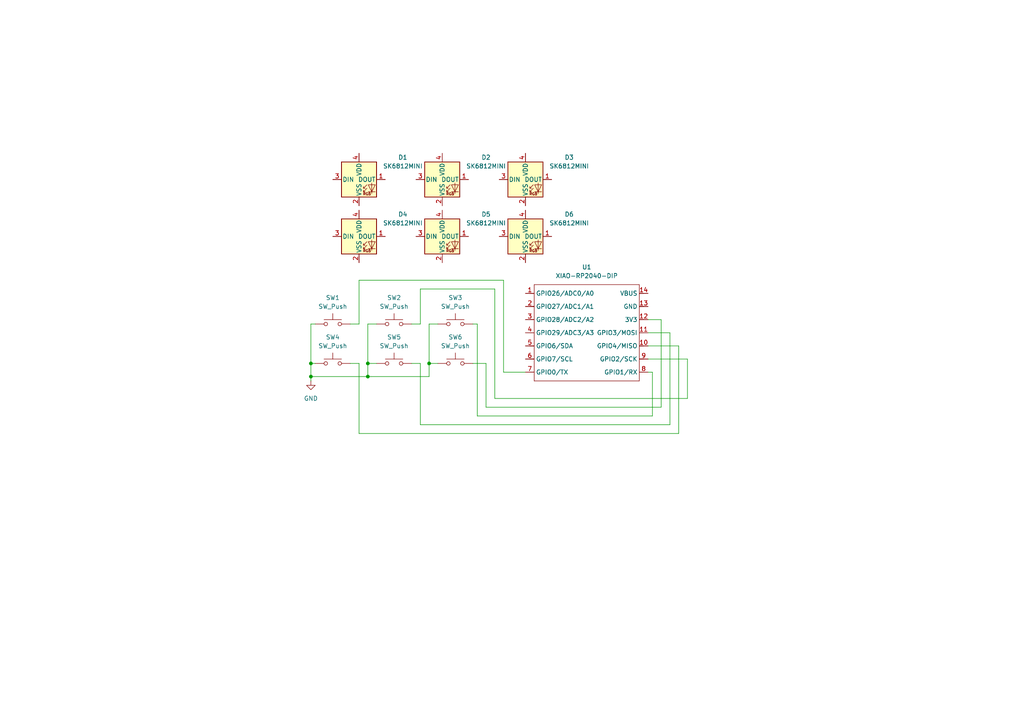
<source format=kicad_sch>
(kicad_sch
	(version 20250114)
	(generator "eeschema")
	(generator_version "9.0")
	(uuid "a9b92973-bd58-4ae9-8901-34345d00ca59")
	(paper "A4")
	(lib_symbols
		(symbol "LED:SK6812MINI"
			(pin_names
				(offset 0.254)
			)
			(exclude_from_sim no)
			(in_bom yes)
			(on_board yes)
			(property "Reference" "D"
				(at 5.08 5.715 0)
				(effects
					(font
						(size 1.27 1.27)
					)
					(justify right bottom)
				)
			)
			(property "Value" "SK6812MINI"
				(at 1.27 -5.715 0)
				(effects
					(font
						(size 1.27 1.27)
					)
					(justify left top)
				)
			)
			(property "Footprint" "LED_SMD:LED_SK6812MINI_PLCC4_3.5x3.5mm_P1.75mm"
				(at 1.27 -7.62 0)
				(effects
					(font
						(size 1.27 1.27)
					)
					(justify left top)
					(hide yes)
				)
			)
			(property "Datasheet" "https://cdn-shop.adafruit.com/product-files/2686/SK6812MINI_REV.01-1-2.pdf"
				(at 2.54 -9.525 0)
				(effects
					(font
						(size 1.27 1.27)
					)
					(justify left top)
					(hide yes)
				)
			)
			(property "Description" "RGB LED with integrated controller"
				(at 0 0 0)
				(effects
					(font
						(size 1.27 1.27)
					)
					(hide yes)
				)
			)
			(property "ki_keywords" "RGB LED NeoPixel Mini addressable"
				(at 0 0 0)
				(effects
					(font
						(size 1.27 1.27)
					)
					(hide yes)
				)
			)
			(property "ki_fp_filters" "LED*SK6812MINI*PLCC*3.5x3.5mm*P1.75mm*"
				(at 0 0 0)
				(effects
					(font
						(size 1.27 1.27)
					)
					(hide yes)
				)
			)
			(symbol "SK6812MINI_0_0"
				(text "RGB"
					(at 2.286 -4.191 0)
					(effects
						(font
							(size 0.762 0.762)
						)
					)
				)
			)
			(symbol "SK6812MINI_0_1"
				(polyline
					(pts
						(xy 1.27 -2.54) (xy 1.778 -2.54)
					)
					(stroke
						(width 0)
						(type default)
					)
					(fill
						(type none)
					)
				)
				(polyline
					(pts
						(xy 1.27 -3.556) (xy 1.778 -3.556)
					)
					(stroke
						(width 0)
						(type default)
					)
					(fill
						(type none)
					)
				)
				(polyline
					(pts
						(xy 2.286 -1.524) (xy 1.27 -2.54) (xy 1.27 -2.032)
					)
					(stroke
						(width 0)
						(type default)
					)
					(fill
						(type none)
					)
				)
				(polyline
					(pts
						(xy 2.286 -2.54) (xy 1.27 -3.556) (xy 1.27 -3.048)
					)
					(stroke
						(width 0)
						(type default)
					)
					(fill
						(type none)
					)
				)
				(polyline
					(pts
						(xy 3.683 -1.016) (xy 3.683 -3.556) (xy 3.683 -4.064)
					)
					(stroke
						(width 0)
						(type default)
					)
					(fill
						(type none)
					)
				)
				(polyline
					(pts
						(xy 4.699 -1.524) (xy 2.667 -1.524) (xy 3.683 -3.556) (xy 4.699 -1.524)
					)
					(stroke
						(width 0)
						(type default)
					)
					(fill
						(type none)
					)
				)
				(polyline
					(pts
						(xy 4.699 -3.556) (xy 2.667 -3.556)
					)
					(stroke
						(width 0)
						(type default)
					)
					(fill
						(type none)
					)
				)
				(rectangle
					(start 5.08 5.08)
					(end -5.08 -5.08)
					(stroke
						(width 0.254)
						(type default)
					)
					(fill
						(type background)
					)
				)
			)
			(symbol "SK6812MINI_1_1"
				(pin input line
					(at -7.62 0 0)
					(length 2.54)
					(name "DIN"
						(effects
							(font
								(size 1.27 1.27)
							)
						)
					)
					(number "3"
						(effects
							(font
								(size 1.27 1.27)
							)
						)
					)
				)
				(pin power_in line
					(at 0 7.62 270)
					(length 2.54)
					(name "VDD"
						(effects
							(font
								(size 1.27 1.27)
							)
						)
					)
					(number "4"
						(effects
							(font
								(size 1.27 1.27)
							)
						)
					)
				)
				(pin power_in line
					(at 0 -7.62 90)
					(length 2.54)
					(name "VSS"
						(effects
							(font
								(size 1.27 1.27)
							)
						)
					)
					(number "2"
						(effects
							(font
								(size 1.27 1.27)
							)
						)
					)
				)
				(pin output line
					(at 7.62 0 180)
					(length 2.54)
					(name "DOUT"
						(effects
							(font
								(size 1.27 1.27)
							)
						)
					)
					(number "1"
						(effects
							(font
								(size 1.27 1.27)
							)
						)
					)
				)
			)
			(embedded_fonts no)
		)
		(symbol "OPL XIAO Series:XIAO-RP2040-DIP"
			(exclude_from_sim no)
			(in_bom yes)
			(on_board yes)
			(property "Reference" "U"
				(at 0 0 0)
				(effects
					(font
						(size 1.27 1.27)
					)
				)
			)
			(property "Value" "XIAO-RP2040-DIP"
				(at 5.334 -1.778 0)
				(effects
					(font
						(size 1.27 1.27)
					)
				)
			)
			(property "Footprint" "Module:MOUDLE14P-XIAO-DIP-SMD"
				(at 14.478 -32.258 0)
				(effects
					(font
						(size 1.27 1.27)
					)
					(hide yes)
				)
			)
			(property "Datasheet" ""
				(at 0 0 0)
				(effects
					(font
						(size 1.27 1.27)
					)
					(hide yes)
				)
			)
			(property "Description" ""
				(at 0 0 0)
				(effects
					(font
						(size 1.27 1.27)
					)
					(hide yes)
				)
			)
			(symbol "XIAO-RP2040-DIP_1_0"
				(polyline
					(pts
						(xy -1.27 -2.54) (xy 29.21 -2.54)
					)
					(stroke
						(width 0.1524)
						(type solid)
					)
					(fill
						(type none)
					)
				)
				(polyline
					(pts
						(xy -1.27 -5.08) (xy -2.54 -5.08)
					)
					(stroke
						(width 0.1524)
						(type solid)
					)
					(fill
						(type none)
					)
				)
				(polyline
					(pts
						(xy -1.27 -5.08) (xy -1.27 -2.54)
					)
					(stroke
						(width 0.1524)
						(type solid)
					)
					(fill
						(type none)
					)
				)
				(polyline
					(pts
						(xy -1.27 -8.89) (xy -2.54 -8.89)
					)
					(stroke
						(width 0.1524)
						(type solid)
					)
					(fill
						(type none)
					)
				)
				(polyline
					(pts
						(xy -1.27 -8.89) (xy -1.27 -5.08)
					)
					(stroke
						(width 0.1524)
						(type solid)
					)
					(fill
						(type none)
					)
				)
				(polyline
					(pts
						(xy -1.27 -12.7) (xy -2.54 -12.7)
					)
					(stroke
						(width 0.1524)
						(type solid)
					)
					(fill
						(type none)
					)
				)
				(polyline
					(pts
						(xy -1.27 -12.7) (xy -1.27 -8.89)
					)
					(stroke
						(width 0.1524)
						(type solid)
					)
					(fill
						(type none)
					)
				)
				(polyline
					(pts
						(xy -1.27 -16.51) (xy -2.54 -16.51)
					)
					(stroke
						(width 0.1524)
						(type solid)
					)
					(fill
						(type none)
					)
				)
				(polyline
					(pts
						(xy -1.27 -16.51) (xy -1.27 -12.7)
					)
					(stroke
						(width 0.1524)
						(type solid)
					)
					(fill
						(type none)
					)
				)
				(polyline
					(pts
						(xy -1.27 -20.32) (xy -2.54 -20.32)
					)
					(stroke
						(width 0.1524)
						(type solid)
					)
					(fill
						(type none)
					)
				)
				(polyline
					(pts
						(xy -1.27 -24.13) (xy -2.54 -24.13)
					)
					(stroke
						(width 0.1524)
						(type solid)
					)
					(fill
						(type none)
					)
				)
				(polyline
					(pts
						(xy -1.27 -27.94) (xy -2.54 -27.94)
					)
					(stroke
						(width 0.1524)
						(type solid)
					)
					(fill
						(type none)
					)
				)
				(polyline
					(pts
						(xy -1.27 -30.48) (xy -1.27 -16.51)
					)
					(stroke
						(width 0.1524)
						(type solid)
					)
					(fill
						(type none)
					)
				)
				(polyline
					(pts
						(xy 29.21 -2.54) (xy 29.21 -5.08)
					)
					(stroke
						(width 0.1524)
						(type solid)
					)
					(fill
						(type none)
					)
				)
				(polyline
					(pts
						(xy 29.21 -5.08) (xy 29.21 -8.89)
					)
					(stroke
						(width 0.1524)
						(type solid)
					)
					(fill
						(type none)
					)
				)
				(polyline
					(pts
						(xy 29.21 -8.89) (xy 29.21 -12.7)
					)
					(stroke
						(width 0.1524)
						(type solid)
					)
					(fill
						(type none)
					)
				)
				(polyline
					(pts
						(xy 29.21 -12.7) (xy 29.21 -30.48)
					)
					(stroke
						(width 0.1524)
						(type solid)
					)
					(fill
						(type none)
					)
				)
				(polyline
					(pts
						(xy 29.21 -30.48) (xy -1.27 -30.48)
					)
					(stroke
						(width 0.1524)
						(type solid)
					)
					(fill
						(type none)
					)
				)
				(polyline
					(pts
						(xy 30.48 -5.08) (xy 29.21 -5.08)
					)
					(stroke
						(width 0.1524)
						(type solid)
					)
					(fill
						(type none)
					)
				)
				(polyline
					(pts
						(xy 30.48 -8.89) (xy 29.21 -8.89)
					)
					(stroke
						(width 0.1524)
						(type solid)
					)
					(fill
						(type none)
					)
				)
				(polyline
					(pts
						(xy 30.48 -12.7) (xy 29.21 -12.7)
					)
					(stroke
						(width 0.1524)
						(type solid)
					)
					(fill
						(type none)
					)
				)
				(polyline
					(pts
						(xy 30.48 -16.51) (xy 29.21 -16.51)
					)
					(stroke
						(width 0.1524)
						(type solid)
					)
					(fill
						(type none)
					)
				)
				(polyline
					(pts
						(xy 30.48 -20.32) (xy 29.21 -20.32)
					)
					(stroke
						(width 0.1524)
						(type solid)
					)
					(fill
						(type none)
					)
				)
				(polyline
					(pts
						(xy 30.48 -24.13) (xy 29.21 -24.13)
					)
					(stroke
						(width 0.1524)
						(type solid)
					)
					(fill
						(type none)
					)
				)
				(polyline
					(pts
						(xy 30.48 -27.94) (xy 29.21 -27.94)
					)
					(stroke
						(width 0.1524)
						(type solid)
					)
					(fill
						(type none)
					)
				)
				(pin passive line
					(at -3.81 -5.08 0)
					(length 2.54)
					(name "GPIO26/ADC0/A0"
						(effects
							(font
								(size 1.27 1.27)
							)
						)
					)
					(number "1"
						(effects
							(font
								(size 1.27 1.27)
							)
						)
					)
				)
				(pin passive line
					(at -3.81 -8.89 0)
					(length 2.54)
					(name "GPIO27/ADC1/A1"
						(effects
							(font
								(size 1.27 1.27)
							)
						)
					)
					(number "2"
						(effects
							(font
								(size 1.27 1.27)
							)
						)
					)
				)
				(pin passive line
					(at -3.81 -12.7 0)
					(length 2.54)
					(name "GPIO28/ADC2/A2"
						(effects
							(font
								(size 1.27 1.27)
							)
						)
					)
					(number "3"
						(effects
							(font
								(size 1.27 1.27)
							)
						)
					)
				)
				(pin passive line
					(at -3.81 -16.51 0)
					(length 2.54)
					(name "GPIO29/ADC3/A3"
						(effects
							(font
								(size 1.27 1.27)
							)
						)
					)
					(number "4"
						(effects
							(font
								(size 1.27 1.27)
							)
						)
					)
				)
				(pin passive line
					(at -3.81 -20.32 0)
					(length 2.54)
					(name "GPIO6/SDA"
						(effects
							(font
								(size 1.27 1.27)
							)
						)
					)
					(number "5"
						(effects
							(font
								(size 1.27 1.27)
							)
						)
					)
				)
				(pin passive line
					(at -3.81 -24.13 0)
					(length 2.54)
					(name "GPIO7/SCL"
						(effects
							(font
								(size 1.27 1.27)
							)
						)
					)
					(number "6"
						(effects
							(font
								(size 1.27 1.27)
							)
						)
					)
				)
				(pin passive line
					(at -3.81 -27.94 0)
					(length 2.54)
					(name "GPIO0/TX"
						(effects
							(font
								(size 1.27 1.27)
							)
						)
					)
					(number "7"
						(effects
							(font
								(size 1.27 1.27)
							)
						)
					)
				)
				(pin passive line
					(at 31.75 -5.08 180)
					(length 2.54)
					(name "VBUS"
						(effects
							(font
								(size 1.27 1.27)
							)
						)
					)
					(number "14"
						(effects
							(font
								(size 1.27 1.27)
							)
						)
					)
				)
				(pin passive line
					(at 31.75 -8.89 180)
					(length 2.54)
					(name "GND"
						(effects
							(font
								(size 1.27 1.27)
							)
						)
					)
					(number "13"
						(effects
							(font
								(size 1.27 1.27)
							)
						)
					)
				)
				(pin passive line
					(at 31.75 -12.7 180)
					(length 2.54)
					(name "3V3"
						(effects
							(font
								(size 1.27 1.27)
							)
						)
					)
					(number "12"
						(effects
							(font
								(size 1.27 1.27)
							)
						)
					)
				)
				(pin passive line
					(at 31.75 -16.51 180)
					(length 2.54)
					(name "GPIO3/MOSI"
						(effects
							(font
								(size 1.27 1.27)
							)
						)
					)
					(number "11"
						(effects
							(font
								(size 1.27 1.27)
							)
						)
					)
				)
				(pin passive line
					(at 31.75 -20.32 180)
					(length 2.54)
					(name "GPIO4/MISO"
						(effects
							(font
								(size 1.27 1.27)
							)
						)
					)
					(number "10"
						(effects
							(font
								(size 1.27 1.27)
							)
						)
					)
				)
				(pin passive line
					(at 31.75 -24.13 180)
					(length 2.54)
					(name "GPIO2/SCK"
						(effects
							(font
								(size 1.27 1.27)
							)
						)
					)
					(number "9"
						(effects
							(font
								(size 1.27 1.27)
							)
						)
					)
				)
				(pin passive line
					(at 31.75 -27.94 180)
					(length 2.54)
					(name "GPIO1/RX"
						(effects
							(font
								(size 1.27 1.27)
							)
						)
					)
					(number "8"
						(effects
							(font
								(size 1.27 1.27)
							)
						)
					)
				)
			)
			(embedded_fonts no)
		)
		(symbol "Switch:SW_Push"
			(pin_numbers
				(hide yes)
			)
			(pin_names
				(offset 1.016)
				(hide yes)
			)
			(exclude_from_sim no)
			(in_bom yes)
			(on_board yes)
			(property "Reference" "SW"
				(at 1.27 2.54 0)
				(effects
					(font
						(size 1.27 1.27)
					)
					(justify left)
				)
			)
			(property "Value" "SW_Push"
				(at 0 -1.524 0)
				(effects
					(font
						(size 1.27 1.27)
					)
				)
			)
			(property "Footprint" ""
				(at 0 5.08 0)
				(effects
					(font
						(size 1.27 1.27)
					)
					(hide yes)
				)
			)
			(property "Datasheet" "~"
				(at 0 5.08 0)
				(effects
					(font
						(size 1.27 1.27)
					)
					(hide yes)
				)
			)
			(property "Description" "Push button switch, generic, two pins"
				(at 0 0 0)
				(effects
					(font
						(size 1.27 1.27)
					)
					(hide yes)
				)
			)
			(property "ki_keywords" "switch normally-open pushbutton push-button"
				(at 0 0 0)
				(effects
					(font
						(size 1.27 1.27)
					)
					(hide yes)
				)
			)
			(symbol "SW_Push_0_1"
				(circle
					(center -2.032 0)
					(radius 0.508)
					(stroke
						(width 0)
						(type default)
					)
					(fill
						(type none)
					)
				)
				(polyline
					(pts
						(xy 0 1.27) (xy 0 3.048)
					)
					(stroke
						(width 0)
						(type default)
					)
					(fill
						(type none)
					)
				)
				(circle
					(center 2.032 0)
					(radius 0.508)
					(stroke
						(width 0)
						(type default)
					)
					(fill
						(type none)
					)
				)
				(polyline
					(pts
						(xy 2.54 1.27) (xy -2.54 1.27)
					)
					(stroke
						(width 0)
						(type default)
					)
					(fill
						(type none)
					)
				)
				(pin passive line
					(at -5.08 0 0)
					(length 2.54)
					(name "1"
						(effects
							(font
								(size 1.27 1.27)
							)
						)
					)
					(number "1"
						(effects
							(font
								(size 1.27 1.27)
							)
						)
					)
				)
				(pin passive line
					(at 5.08 0 180)
					(length 2.54)
					(name "2"
						(effects
							(font
								(size 1.27 1.27)
							)
						)
					)
					(number "2"
						(effects
							(font
								(size 1.27 1.27)
							)
						)
					)
				)
			)
			(embedded_fonts no)
		)
		(symbol "power:GND"
			(power)
			(pin_numbers
				(hide yes)
			)
			(pin_names
				(offset 0)
				(hide yes)
			)
			(exclude_from_sim no)
			(in_bom yes)
			(on_board yes)
			(property "Reference" "#PWR"
				(at 0 -6.35 0)
				(effects
					(font
						(size 1.27 1.27)
					)
					(hide yes)
				)
			)
			(property "Value" "GND"
				(at 0 -3.81 0)
				(effects
					(font
						(size 1.27 1.27)
					)
				)
			)
			(property "Footprint" ""
				(at 0 0 0)
				(effects
					(font
						(size 1.27 1.27)
					)
					(hide yes)
				)
			)
			(property "Datasheet" ""
				(at 0 0 0)
				(effects
					(font
						(size 1.27 1.27)
					)
					(hide yes)
				)
			)
			(property "Description" "Power symbol creates a global label with name \"GND\" , ground"
				(at 0 0 0)
				(effects
					(font
						(size 1.27 1.27)
					)
					(hide yes)
				)
			)
			(property "ki_keywords" "global power"
				(at 0 0 0)
				(effects
					(font
						(size 1.27 1.27)
					)
					(hide yes)
				)
			)
			(symbol "GND_0_1"
				(polyline
					(pts
						(xy 0 0) (xy 0 -1.27) (xy 1.27 -1.27) (xy 0 -2.54) (xy -1.27 -1.27) (xy 0 -1.27)
					)
					(stroke
						(width 0)
						(type default)
					)
					(fill
						(type none)
					)
				)
			)
			(symbol "GND_1_1"
				(pin power_in line
					(at 0 0 270)
					(length 0)
					(name "~"
						(effects
							(font
								(size 1.27 1.27)
							)
						)
					)
					(number "1"
						(effects
							(font
								(size 1.27 1.27)
							)
						)
					)
				)
			)
			(embedded_fonts no)
		)
	)
	(junction
		(at 90.17 105.41)
		(diameter 0)
		(color 0 0 0 0)
		(uuid "12d4bcf5-d6d5-4cc8-b69c-92e881bc1284")
	)
	(junction
		(at 106.68 109.22)
		(diameter 0)
		(color 0 0 0 0)
		(uuid "4d54be17-da85-47e9-babd-ab25cfec25f7")
	)
	(junction
		(at 90.17 109.22)
		(diameter 0)
		(color 0 0 0 0)
		(uuid "87198483-0e20-4030-9a86-221271d2a20e")
	)
	(junction
		(at 124.46 105.41)
		(diameter 0)
		(color 0 0 0 0)
		(uuid "96e07e67-c8ba-4138-9e5d-2a55ec36973c")
	)
	(junction
		(at 106.68 105.41)
		(diameter 0)
		(color 0 0 0 0)
		(uuid "b7b73fec-a557-4e6a-82f7-8e9d411edcca")
	)
	(wire
		(pts
			(xy 106.68 109.22) (xy 90.17 109.22)
		)
		(stroke
			(width 0)
			(type default)
		)
		(uuid "0f259707-9e31-45ab-beaa-fea56738091f")
	)
	(wire
		(pts
			(xy 194.31 123.19) (xy 194.31 96.52)
		)
		(stroke
			(width 0)
			(type default)
		)
		(uuid "12666fa7-e023-4e55-bce9-c23c74cf3f09")
	)
	(wire
		(pts
			(xy 137.16 105.41) (xy 140.97 105.41)
		)
		(stroke
			(width 0)
			(type default)
		)
		(uuid "126c1776-5e4a-4ebe-9671-9eccfbed543b")
	)
	(wire
		(pts
			(xy 196.85 100.33) (xy 187.96 100.33)
		)
		(stroke
			(width 0)
			(type default)
		)
		(uuid "17713379-b680-436f-8f8e-7ec4c74ab4ad")
	)
	(wire
		(pts
			(xy 137.16 93.98) (xy 138.43 93.98)
		)
		(stroke
			(width 0)
			(type default)
		)
		(uuid "1936a12b-4d55-4522-bbca-52c1aa4cc1f4")
	)
	(wire
		(pts
			(xy 106.68 109.22) (xy 124.46 109.22)
		)
		(stroke
			(width 0)
			(type default)
		)
		(uuid "21bf41f4-c5c5-4b42-97d3-1c63ce8cdec6")
	)
	(wire
		(pts
			(xy 127 93.98) (xy 124.46 93.98)
		)
		(stroke
			(width 0)
			(type default)
		)
		(uuid "21c5da25-ea78-4d02-a20b-ee204cdb5286")
	)
	(wire
		(pts
			(xy 119.38 93.98) (xy 121.92 93.98)
		)
		(stroke
			(width 0)
			(type default)
		)
		(uuid "29386d78-2b45-4b9f-93d8-17ce88aaf9f3")
	)
	(wire
		(pts
			(xy 189.23 120.65) (xy 189.23 107.95)
		)
		(stroke
			(width 0)
			(type default)
		)
		(uuid "3e15b1ba-5ef7-402a-aab6-4514d799278f")
	)
	(wire
		(pts
			(xy 121.92 105.41) (xy 121.92 123.19)
		)
		(stroke
			(width 0)
			(type default)
		)
		(uuid "436e5a3b-8c3c-4e50-a22e-0913011672b8")
	)
	(wire
		(pts
			(xy 106.68 93.98) (xy 106.68 105.41)
		)
		(stroke
			(width 0)
			(type default)
		)
		(uuid "43cb3d33-28a1-45ad-ab47-491d64dcd571")
	)
	(wire
		(pts
			(xy 140.97 105.41) (xy 140.97 118.11)
		)
		(stroke
			(width 0)
			(type default)
		)
		(uuid "47e080c2-d208-4fc3-885e-badb5ecf5932")
	)
	(wire
		(pts
			(xy 109.22 93.98) (xy 106.68 93.98)
		)
		(stroke
			(width 0)
			(type default)
		)
		(uuid "494c9d02-be9d-4e9c-be6b-d52068060aae")
	)
	(wire
		(pts
			(xy 119.38 105.41) (xy 121.92 105.41)
		)
		(stroke
			(width 0)
			(type default)
		)
		(uuid "4a26dba2-f9c8-4b2a-a562-7589edc5d780")
	)
	(wire
		(pts
			(xy 121.92 83.82) (xy 143.51 83.82)
		)
		(stroke
			(width 0)
			(type default)
		)
		(uuid "4d0f4618-c2ea-4966-a63e-447177f04b9a")
	)
	(wire
		(pts
			(xy 90.17 93.98) (xy 90.17 105.41)
		)
		(stroke
			(width 0)
			(type default)
		)
		(uuid "4e6d340a-d7bf-4d8e-8a7c-7ef3d8df7bbb")
	)
	(wire
		(pts
			(xy 143.51 115.57) (xy 199.39 115.57)
		)
		(stroke
			(width 0)
			(type default)
		)
		(uuid "54cfd357-8ec4-4061-821a-00faef404e98")
	)
	(wire
		(pts
			(xy 106.68 105.41) (xy 106.68 109.22)
		)
		(stroke
			(width 0)
			(type default)
		)
		(uuid "6713d256-7205-4069-abe3-2ed2503c66fa")
	)
	(wire
		(pts
			(xy 143.51 83.82) (xy 143.51 115.57)
		)
		(stroke
			(width 0)
			(type default)
		)
		(uuid "6de3840f-aaf9-4566-8f38-a0e29023f90c")
	)
	(wire
		(pts
			(xy 101.6 93.98) (xy 104.14 93.98)
		)
		(stroke
			(width 0)
			(type default)
		)
		(uuid "6e57a163-bd8d-436e-b220-5e4797967c1e")
	)
	(wire
		(pts
			(xy 104.14 93.98) (xy 104.14 81.28)
		)
		(stroke
			(width 0)
			(type default)
		)
		(uuid "74fb53be-2b66-4a27-b9dd-22fdd0cab7eb")
	)
	(wire
		(pts
			(xy 191.77 92.71) (xy 187.96 92.71)
		)
		(stroke
			(width 0)
			(type default)
		)
		(uuid "756df64a-5f9b-4ab4-a5f6-960693443ec5")
	)
	(wire
		(pts
			(xy 106.68 105.41) (xy 109.22 105.41)
		)
		(stroke
			(width 0)
			(type default)
		)
		(uuid "777a674b-6c15-4252-a85c-30a45bced2ce")
	)
	(wire
		(pts
			(xy 146.05 81.28) (xy 146.05 107.95)
		)
		(stroke
			(width 0)
			(type default)
		)
		(uuid "8735ea03-c358-4a29-95df-7482d238b15e")
	)
	(wire
		(pts
			(xy 121.92 93.98) (xy 121.92 83.82)
		)
		(stroke
			(width 0)
			(type default)
		)
		(uuid "8a01870b-e1df-4d67-b126-0fa0cf14dd73")
	)
	(wire
		(pts
			(xy 194.31 96.52) (xy 187.96 96.52)
		)
		(stroke
			(width 0)
			(type default)
		)
		(uuid "9039b9b5-56bd-4f0c-aea7-c58be3cc5612")
	)
	(wire
		(pts
			(xy 140.97 118.11) (xy 191.77 118.11)
		)
		(stroke
			(width 0)
			(type default)
		)
		(uuid "90a3a333-35eb-47eb-ad18-94137234b621")
	)
	(wire
		(pts
			(xy 189.23 107.95) (xy 187.96 107.95)
		)
		(stroke
			(width 0)
			(type default)
		)
		(uuid "90f357ba-310d-465d-a337-f017ed709b8c")
	)
	(wire
		(pts
			(xy 90.17 109.22) (xy 90.17 110.49)
		)
		(stroke
			(width 0)
			(type default)
		)
		(uuid "93eafed6-ce1f-4284-a7cf-507036103bfd")
	)
	(wire
		(pts
			(xy 90.17 105.41) (xy 91.44 105.41)
		)
		(stroke
			(width 0)
			(type default)
		)
		(uuid "96848305-b677-4dfb-ab7c-5283c2c0abd6")
	)
	(wire
		(pts
			(xy 104.14 105.41) (xy 104.14 125.73)
		)
		(stroke
			(width 0)
			(type default)
		)
		(uuid "97b32b15-8f7d-47ea-9195-d0e41fce8f11")
	)
	(wire
		(pts
			(xy 101.6 105.41) (xy 104.14 105.41)
		)
		(stroke
			(width 0)
			(type default)
		)
		(uuid "a42d1f19-b9b9-4cff-ac01-a7e62072e96b")
	)
	(wire
		(pts
			(xy 138.43 120.65) (xy 189.23 120.65)
		)
		(stroke
			(width 0)
			(type default)
		)
		(uuid "a9e770a5-51be-4ac7-9d47-4025b87d71db")
	)
	(wire
		(pts
			(xy 124.46 105.41) (xy 124.46 109.22)
		)
		(stroke
			(width 0)
			(type default)
		)
		(uuid "ad2a2e91-8879-4f30-bd93-019119cc6594")
	)
	(wire
		(pts
			(xy 104.14 81.28) (xy 146.05 81.28)
		)
		(stroke
			(width 0)
			(type default)
		)
		(uuid "afbf4140-6d33-40cd-8348-2ca5bcbbc862")
	)
	(wire
		(pts
			(xy 121.92 123.19) (xy 194.31 123.19)
		)
		(stroke
			(width 0)
			(type default)
		)
		(uuid "bb94edc6-4b82-4c2f-8913-fcaf4aab334e")
	)
	(wire
		(pts
			(xy 90.17 105.41) (xy 90.17 109.22)
		)
		(stroke
			(width 0)
			(type default)
		)
		(uuid "bd64a1dc-4f5c-4948-bca0-274c0f8e115b")
	)
	(wire
		(pts
			(xy 104.14 125.73) (xy 196.85 125.73)
		)
		(stroke
			(width 0)
			(type default)
		)
		(uuid "c77834a3-9677-4155-b96b-67b3ba8fb11c")
	)
	(wire
		(pts
			(xy 90.17 93.98) (xy 91.44 93.98)
		)
		(stroke
			(width 0)
			(type default)
		)
		(uuid "c95c73f8-2362-46c7-bbd5-a20f54d95379")
	)
	(wire
		(pts
			(xy 124.46 93.98) (xy 124.46 105.41)
		)
		(stroke
			(width 0)
			(type default)
		)
		(uuid "cbebc831-1022-4b17-8be8-9b1ee002db38")
	)
	(wire
		(pts
			(xy 191.77 118.11) (xy 191.77 92.71)
		)
		(stroke
			(width 0)
			(type default)
		)
		(uuid "cecec9ea-314c-491c-bb17-3e716d5b4bdf")
	)
	(wire
		(pts
			(xy 196.85 125.73) (xy 196.85 100.33)
		)
		(stroke
			(width 0)
			(type default)
		)
		(uuid "cf1e3b78-b210-406e-9886-ba1bd6fce2ba")
	)
	(wire
		(pts
			(xy 124.46 105.41) (xy 127 105.41)
		)
		(stroke
			(width 0)
			(type default)
		)
		(uuid "da78c362-80c8-49d6-9cf5-2dc0230bd8d9")
	)
	(wire
		(pts
			(xy 187.96 104.14) (xy 199.39 104.14)
		)
		(stroke
			(width 0)
			(type default)
		)
		(uuid "e11cdf03-8d1f-434a-9f95-fd8419b643ad")
	)
	(wire
		(pts
			(xy 138.43 93.98) (xy 138.43 120.65)
		)
		(stroke
			(width 0)
			(type default)
		)
		(uuid "e21fe930-5df8-4d44-a4c2-03b2875dc4aa")
	)
	(wire
		(pts
			(xy 199.39 115.57) (xy 199.39 104.14)
		)
		(stroke
			(width 0)
			(type default)
		)
		(uuid "ecf622e0-32fc-460c-9e08-4e319da0d2e1")
	)
	(wire
		(pts
			(xy 146.05 107.95) (xy 152.4 107.95)
		)
		(stroke
			(width 0)
			(type default)
		)
		(uuid "fd34dfbe-8d60-45ac-af3e-a000d7cba579")
	)
	(symbol
		(lib_id "Switch:SW_Push")
		(at 96.52 105.41 0)
		(unit 1)
		(exclude_from_sim no)
		(in_bom yes)
		(on_board yes)
		(dnp no)
		(fields_autoplaced yes)
		(uuid "061ffd22-bc26-42c0-9bed-164a2b1c24db")
		(property "Reference" "SW4"
			(at 96.52 97.79 0)
			(effects
				(font
					(size 1.27 1.27)
				)
			)
		)
		(property "Value" "SW_Push"
			(at 96.52 100.33 0)
			(effects
				(font
					(size 1.27 1.27)
				)
			)
		)
		(property "Footprint" ""
			(at 96.52 100.33 0)
			(effects
				(font
					(size 1.27 1.27)
				)
				(hide yes)
			)
		)
		(property "Datasheet" "~"
			(at 96.52 100.33 0)
			(effects
				(font
					(size 1.27 1.27)
				)
				(hide yes)
			)
		)
		(property "Description" "Push button switch, generic, two pins"
			(at 96.52 105.41 0)
			(effects
				(font
					(size 1.27 1.27)
				)
				(hide yes)
			)
		)
		(pin "1"
			(uuid "171128df-d53c-4647-9eb7-10e3397ac95c")
		)
		(pin "2"
			(uuid "21eff1cf-79bd-4a5c-8455-8ca7582190a2")
		)
		(instances
			(project "Symm Pad"
				(path "/a9b92973-bd58-4ae9-8901-34345d00ca59"
					(reference "SW4")
					(unit 1)
				)
			)
		)
	)
	(symbol
		(lib_id "Switch:SW_Push")
		(at 114.3 93.98 0)
		(unit 1)
		(exclude_from_sim no)
		(in_bom yes)
		(on_board yes)
		(dnp no)
		(uuid "2a9ba520-051d-4f3b-9599-11292ec80a21")
		(property "Reference" "SW2"
			(at 114.3 86.36 0)
			(effects
				(font
					(size 1.27 1.27)
				)
			)
		)
		(property "Value" "SW_Push"
			(at 114.3 88.9 0)
			(effects
				(font
					(size 1.27 1.27)
				)
			)
		)
		(property "Footprint" ""
			(at 114.3 88.9 0)
			(effects
				(font
					(size 1.27 1.27)
				)
				(hide yes)
			)
		)
		(property "Datasheet" "~"
			(at 114.3 88.9 0)
			(effects
				(font
					(size 1.27 1.27)
				)
				(hide yes)
			)
		)
		(property "Description" "Push button switch, generic, two pins"
			(at 114.3 93.98 0)
			(effects
				(font
					(size 1.27 1.27)
				)
				(hide yes)
			)
		)
		(pin "1"
			(uuid "8e8c6dc3-e518-468d-901a-0432949bc5e7")
		)
		(pin "2"
			(uuid "26eb5f82-2b2e-419e-bc5b-21cfe3330d8c")
		)
		(instances
			(project "Symm Pad"
				(path "/a9b92973-bd58-4ae9-8901-34345d00ca59"
					(reference "SW2")
					(unit 1)
				)
			)
		)
	)
	(symbol
		(lib_id "LED:SK6812MINI")
		(at 128.27 68.58 0)
		(unit 1)
		(exclude_from_sim no)
		(in_bom yes)
		(on_board yes)
		(dnp no)
		(fields_autoplaced yes)
		(uuid "2dadab8e-c011-4888-86d7-0ebbccd3f8c4")
		(property "Reference" "D5"
			(at 140.97 62.1598 0)
			(effects
				(font
					(size 1.27 1.27)
				)
			)
		)
		(property "Value" "SK6812MINI"
			(at 140.97 64.6998 0)
			(effects
				(font
					(size 1.27 1.27)
				)
			)
		)
		(property "Footprint" "LED_SMD:LED_SK6812MINI_PLCC4_3.5x3.5mm_P1.75mm"
			(at 129.54 76.2 0)
			(effects
				(font
					(size 1.27 1.27)
				)
				(justify left top)
				(hide yes)
			)
		)
		(property "Datasheet" "https://cdn-shop.adafruit.com/product-files/2686/SK6812MINI_REV.01-1-2.pdf"
			(at 130.81 78.105 0)
			(effects
				(font
					(size 1.27 1.27)
				)
				(justify left top)
				(hide yes)
			)
		)
		(property "Description" "RGB LED with integrated controller"
			(at 128.27 68.58 0)
			(effects
				(font
					(size 1.27 1.27)
				)
				(hide yes)
			)
		)
		(pin "2"
			(uuid "ba1ab0f6-2e98-4142-bffc-5d21768325e0")
		)
		(pin "4"
			(uuid "c6f23c91-f318-4436-852b-574fbc357105")
		)
		(pin "3"
			(uuid "02fbccdf-5f9a-4a48-b988-f1cc06ae6f5a")
		)
		(pin "1"
			(uuid "80a3f6e9-3ada-47f9-9cee-9394977ef48d")
		)
		(instances
			(project "Symm Pad"
				(path "/a9b92973-bd58-4ae9-8901-34345d00ca59"
					(reference "D5")
					(unit 1)
				)
			)
		)
	)
	(symbol
		(lib_id "Switch:SW_Push")
		(at 132.08 93.98 0)
		(unit 1)
		(exclude_from_sim no)
		(in_bom yes)
		(on_board yes)
		(dnp no)
		(fields_autoplaced yes)
		(uuid "53084bba-54c2-45f6-a896-97468e4c75cb")
		(property "Reference" "SW3"
			(at 132.08 86.36 0)
			(effects
				(font
					(size 1.27 1.27)
				)
			)
		)
		(property "Value" "SW_Push"
			(at 132.08 88.9 0)
			(effects
				(font
					(size 1.27 1.27)
				)
			)
		)
		(property "Footprint" ""
			(at 132.08 88.9 0)
			(effects
				(font
					(size 1.27 1.27)
				)
				(hide yes)
			)
		)
		(property "Datasheet" "~"
			(at 132.08 88.9 0)
			(effects
				(font
					(size 1.27 1.27)
				)
				(hide yes)
			)
		)
		(property "Description" "Push button switch, generic, two pins"
			(at 132.08 93.98 0)
			(effects
				(font
					(size 1.27 1.27)
				)
				(hide yes)
			)
		)
		(pin "1"
			(uuid "6e3ee252-c110-43c8-9ba7-f9cf2d630618")
		)
		(pin "2"
			(uuid "37ed8460-ed9d-4d2b-9f7b-c106ad87397c")
		)
		(instances
			(project "Symm Pad"
				(path "/a9b92973-bd58-4ae9-8901-34345d00ca59"
					(reference "SW3")
					(unit 1)
				)
			)
		)
	)
	(symbol
		(lib_id "Switch:SW_Push")
		(at 132.08 105.41 0)
		(unit 1)
		(exclude_from_sim no)
		(in_bom yes)
		(on_board yes)
		(dnp no)
		(fields_autoplaced yes)
		(uuid "6045214a-cea0-4789-ac4b-8ab69442ea75")
		(property "Reference" "SW6"
			(at 132.08 97.79 0)
			(effects
				(font
					(size 1.27 1.27)
				)
			)
		)
		(property "Value" "SW_Push"
			(at 132.08 100.33 0)
			(effects
				(font
					(size 1.27 1.27)
				)
			)
		)
		(property "Footprint" ""
			(at 132.08 100.33 0)
			(effects
				(font
					(size 1.27 1.27)
				)
				(hide yes)
			)
		)
		(property "Datasheet" "~"
			(at 132.08 100.33 0)
			(effects
				(font
					(size 1.27 1.27)
				)
				(hide yes)
			)
		)
		(property "Description" "Push button switch, generic, two pins"
			(at 132.08 105.41 0)
			(effects
				(font
					(size 1.27 1.27)
				)
				(hide yes)
			)
		)
		(pin "1"
			(uuid "0b9a090d-376e-47a6-8fba-61fd9d948e3a")
		)
		(pin "2"
			(uuid "cc4d5f04-f21b-4108-9832-4b61430cae6a")
		)
		(instances
			(project "Symm Pad"
				(path "/a9b92973-bd58-4ae9-8901-34345d00ca59"
					(reference "SW6")
					(unit 1)
				)
			)
		)
	)
	(symbol
		(lib_id "LED:SK6812MINI")
		(at 104.14 68.58 0)
		(unit 1)
		(exclude_from_sim no)
		(in_bom yes)
		(on_board yes)
		(dnp no)
		(fields_autoplaced yes)
		(uuid "6f614c0a-9214-4cee-aa10-a3ee58561ae3")
		(property "Reference" "D4"
			(at 116.84 62.1598 0)
			(effects
				(font
					(size 1.27 1.27)
				)
			)
		)
		(property "Value" "SK6812MINI"
			(at 116.84 64.6998 0)
			(effects
				(font
					(size 1.27 1.27)
				)
			)
		)
		(property "Footprint" "LED_SMD:LED_SK6812MINI_PLCC4_3.5x3.5mm_P1.75mm"
			(at 105.41 76.2 0)
			(effects
				(font
					(size 1.27 1.27)
				)
				(justify left top)
				(hide yes)
			)
		)
		(property "Datasheet" "https://cdn-shop.adafruit.com/product-files/2686/SK6812MINI_REV.01-1-2.pdf"
			(at 106.68 78.105 0)
			(effects
				(font
					(size 1.27 1.27)
				)
				(justify left top)
				(hide yes)
			)
		)
		(property "Description" "RGB LED with integrated controller"
			(at 104.14 68.58 0)
			(effects
				(font
					(size 1.27 1.27)
				)
				(hide yes)
			)
		)
		(pin "2"
			(uuid "1ba4ea87-f68b-49d8-aadb-4ded6f18f922")
		)
		(pin "4"
			(uuid "989fed8d-1a78-4c2c-a4cf-a25b8df41131")
		)
		(pin "3"
			(uuid "46c04248-c19f-44df-8d5b-8cf88d8a7a16")
		)
		(pin "1"
			(uuid "d676b42c-229d-47b8-a47a-e91055e0b45d")
		)
		(instances
			(project "Symm Pad"
				(path "/a9b92973-bd58-4ae9-8901-34345d00ca59"
					(reference "D4")
					(unit 1)
				)
			)
		)
	)
	(symbol
		(lib_id "power:GND")
		(at 90.17 110.49 0)
		(unit 1)
		(exclude_from_sim no)
		(in_bom yes)
		(on_board yes)
		(dnp no)
		(fields_autoplaced yes)
		(uuid "76b302fb-2fb6-4e87-8a93-4a5bf758094d")
		(property "Reference" "#PWR01"
			(at 90.17 116.84 0)
			(effects
				(font
					(size 1.27 1.27)
				)
				(hide yes)
			)
		)
		(property "Value" "GND"
			(at 90.17 115.57 0)
			(effects
				(font
					(size 1.27 1.27)
				)
			)
		)
		(property "Footprint" ""
			(at 90.17 110.49 0)
			(effects
				(font
					(size 1.27 1.27)
				)
				(hide yes)
			)
		)
		(property "Datasheet" ""
			(at 90.17 110.49 0)
			(effects
				(font
					(size 1.27 1.27)
				)
				(hide yes)
			)
		)
		(property "Description" "Power symbol creates a global label with name \"GND\" , ground"
			(at 90.17 110.49 0)
			(effects
				(font
					(size 1.27 1.27)
				)
				(hide yes)
			)
		)
		(pin "1"
			(uuid "961cb81f-c34c-4145-bd95-af7b148231bd")
		)
		(instances
			(project ""
				(path "/a9b92973-bd58-4ae9-8901-34345d00ca59"
					(reference "#PWR01")
					(unit 1)
				)
			)
		)
	)
	(symbol
		(lib_id "OPL XIAO Series:XIAO-RP2040-DIP")
		(at 156.21 80.01 0)
		(unit 1)
		(exclude_from_sim no)
		(in_bom yes)
		(on_board yes)
		(dnp no)
		(uuid "84fadcd7-879b-44f5-9170-7a3bd9939a20")
		(property "Reference" "U1"
			(at 170.18 77.47 0)
			(effects
				(font
					(size 1.27 1.27)
				)
			)
		)
		(property "Value" "XIAO-RP2040-DIP"
			(at 170.18 80.01 0)
			(effects
				(font
					(size 1.27 1.27)
				)
			)
		)
		(property "Footprint" "Module:MOUDLE14P-XIAO-DIP-SMD"
			(at 170.688 112.268 0)
			(effects
				(font
					(size 1.27 1.27)
				)
				(hide yes)
			)
		)
		(property "Datasheet" ""
			(at 156.21 80.01 0)
			(effects
				(font
					(size 1.27 1.27)
				)
				(hide yes)
			)
		)
		(property "Description" ""
			(at 156.21 80.01 0)
			(effects
				(font
					(size 1.27 1.27)
				)
				(hide yes)
			)
		)
		(pin "5"
			(uuid "e44cde46-cba8-4058-a9e9-9b966487ce5c")
		)
		(pin "7"
			(uuid "0375d86d-d5f6-4820-a4ef-b6bfcfd7f681")
		)
		(pin "12"
			(uuid "2f39ed8f-5eba-4ada-95c1-04ccb7a6dd8d")
		)
		(pin "10"
			(uuid "baabb659-8f8f-4012-89d6-bf1511abe45b")
		)
		(pin "8"
			(uuid "fdc439be-5c5d-4440-b761-ca5c77f16447")
		)
		(pin "3"
			(uuid "a5142b8b-5e99-4334-be36-0c90c37fc367")
		)
		(pin "6"
			(uuid "cfc79b0c-43be-4db3-a3ec-5da392ee6c6e")
		)
		(pin "13"
			(uuid "b8760712-000c-4c80-99ea-7c6323241340")
		)
		(pin "14"
			(uuid "14037987-72d8-4769-9cf6-fdc992c5b644")
		)
		(pin "2"
			(uuid "3764ce72-7937-48bc-88c3-3657066c09aa")
		)
		(pin "9"
			(uuid "d01f72ed-cf16-4025-af2b-0898c0a4b403")
		)
		(pin "11"
			(uuid "dc9b1f1e-24b5-449e-8ad6-7b15e3aeac22")
		)
		(pin "1"
			(uuid "aa0f7bd6-9309-4e8d-8cc8-6d8edfb7420f")
		)
		(pin "4"
			(uuid "a80fd864-3dbf-4330-be08-403c73ed6717")
		)
		(instances
			(project ""
				(path "/a9b92973-bd58-4ae9-8901-34345d00ca59"
					(reference "U1")
					(unit 1)
				)
			)
		)
	)
	(symbol
		(lib_id "LED:SK6812MINI")
		(at 152.4 52.07 0)
		(unit 1)
		(exclude_from_sim no)
		(in_bom yes)
		(on_board yes)
		(dnp no)
		(fields_autoplaced yes)
		(uuid "95be879b-8589-4dec-a908-7d6f5aa47239")
		(property "Reference" "D3"
			(at 165.1 45.6498 0)
			(effects
				(font
					(size 1.27 1.27)
				)
			)
		)
		(property "Value" "SK6812MINI"
			(at 165.1 48.1898 0)
			(effects
				(font
					(size 1.27 1.27)
				)
			)
		)
		(property "Footprint" "LED_SMD:LED_SK6812MINI_PLCC4_3.5x3.5mm_P1.75mm"
			(at 153.67 59.69 0)
			(effects
				(font
					(size 1.27 1.27)
				)
				(justify left top)
				(hide yes)
			)
		)
		(property "Datasheet" "https://cdn-shop.adafruit.com/product-files/2686/SK6812MINI_REV.01-1-2.pdf"
			(at 154.94 61.595 0)
			(effects
				(font
					(size 1.27 1.27)
				)
				(justify left top)
				(hide yes)
			)
		)
		(property "Description" "RGB LED with integrated controller"
			(at 152.4 52.07 0)
			(effects
				(font
					(size 1.27 1.27)
				)
				(hide yes)
			)
		)
		(pin "2"
			(uuid "607fc4d8-1aea-4c12-953b-26aa559192c0")
		)
		(pin "4"
			(uuid "3fcad2ef-115a-4d81-b57c-32ae0369598d")
		)
		(pin "3"
			(uuid "9c726095-dd61-4d3e-833e-927945f269a1")
		)
		(pin "1"
			(uuid "ce0d68f9-edea-4716-92b8-249633b8bc7a")
		)
		(instances
			(project "Symm Pad"
				(path "/a9b92973-bd58-4ae9-8901-34345d00ca59"
					(reference "D3")
					(unit 1)
				)
			)
		)
	)
	(symbol
		(lib_id "Switch:SW_Push")
		(at 96.52 93.98 0)
		(unit 1)
		(exclude_from_sim no)
		(in_bom yes)
		(on_board yes)
		(dnp no)
		(fields_autoplaced yes)
		(uuid "9fcb2469-d516-4659-b319-11fae32817d8")
		(property "Reference" "SW1"
			(at 96.52 86.36 0)
			(effects
				(font
					(size 1.27 1.27)
				)
			)
		)
		(property "Value" "SW_Push"
			(at 96.52 88.9 0)
			(effects
				(font
					(size 1.27 1.27)
				)
			)
		)
		(property "Footprint" ""
			(at 96.52 88.9 0)
			(effects
				(font
					(size 1.27 1.27)
				)
				(hide yes)
			)
		)
		(property "Datasheet" "~"
			(at 96.52 88.9 0)
			(effects
				(font
					(size 1.27 1.27)
				)
				(hide yes)
			)
		)
		(property "Description" "Push button switch, generic, two pins"
			(at 96.52 93.98 0)
			(effects
				(font
					(size 1.27 1.27)
				)
				(hide yes)
			)
		)
		(pin "1"
			(uuid "e5cb4d28-876f-42be-aeb9-1b36730676d2")
		)
		(pin "2"
			(uuid "3e5f4ec7-29d7-4fc9-9ba4-166210336b51")
		)
		(instances
			(project ""
				(path "/a9b92973-bd58-4ae9-8901-34345d00ca59"
					(reference "SW1")
					(unit 1)
				)
			)
		)
	)
	(symbol
		(lib_id "LED:SK6812MINI")
		(at 152.4 68.58 0)
		(unit 1)
		(exclude_from_sim no)
		(in_bom yes)
		(on_board yes)
		(dnp no)
		(fields_autoplaced yes)
		(uuid "bd1bd402-e3f8-4045-b0c2-caf537605022")
		(property "Reference" "D6"
			(at 165.1 62.1598 0)
			(effects
				(font
					(size 1.27 1.27)
				)
			)
		)
		(property "Value" "SK6812MINI"
			(at 165.1 64.6998 0)
			(effects
				(font
					(size 1.27 1.27)
				)
			)
		)
		(property "Footprint" "LED_SMD:LED_SK6812MINI_PLCC4_3.5x3.5mm_P1.75mm"
			(at 153.67 76.2 0)
			(effects
				(font
					(size 1.27 1.27)
				)
				(justify left top)
				(hide yes)
			)
		)
		(property "Datasheet" "https://cdn-shop.adafruit.com/product-files/2686/SK6812MINI_REV.01-1-2.pdf"
			(at 154.94 78.105 0)
			(effects
				(font
					(size 1.27 1.27)
				)
				(justify left top)
				(hide yes)
			)
		)
		(property "Description" "RGB LED with integrated controller"
			(at 152.4 68.58 0)
			(effects
				(font
					(size 1.27 1.27)
				)
				(hide yes)
			)
		)
		(pin "2"
			(uuid "2e06933c-d2b4-4bb5-87e7-a4af9daa49a1")
		)
		(pin "4"
			(uuid "569b0116-58bf-4d8b-86df-5990a94c5268")
		)
		(pin "3"
			(uuid "b416f43b-7a75-46fc-b9eb-a929a4d027b2")
		)
		(pin "1"
			(uuid "c50857f8-0d94-491d-b9d2-2703ad54c3f5")
		)
		(instances
			(project "Symm Pad"
				(path "/a9b92973-bd58-4ae9-8901-34345d00ca59"
					(reference "D6")
					(unit 1)
				)
			)
		)
	)
	(symbol
		(lib_id "LED:SK6812MINI")
		(at 104.14 52.07 0)
		(unit 1)
		(exclude_from_sim no)
		(in_bom yes)
		(on_board yes)
		(dnp no)
		(fields_autoplaced yes)
		(uuid "d07f3f53-c707-43d1-9c12-ccdcd2a77f21")
		(property "Reference" "D1"
			(at 116.84 45.6498 0)
			(effects
				(font
					(size 1.27 1.27)
				)
			)
		)
		(property "Value" "SK6812MINI"
			(at 116.84 48.1898 0)
			(effects
				(font
					(size 1.27 1.27)
				)
			)
		)
		(property "Footprint" "LED_SMD:LED_SK6812MINI_PLCC4_3.5x3.5mm_P1.75mm"
			(at 105.41 59.69 0)
			(effects
				(font
					(size 1.27 1.27)
				)
				(justify left top)
				(hide yes)
			)
		)
		(property "Datasheet" "https://cdn-shop.adafruit.com/product-files/2686/SK6812MINI_REV.01-1-2.pdf"
			(at 106.68 61.595 0)
			(effects
				(font
					(size 1.27 1.27)
				)
				(justify left top)
				(hide yes)
			)
		)
		(property "Description" "RGB LED with integrated controller"
			(at 104.14 52.07 0)
			(effects
				(font
					(size 1.27 1.27)
				)
				(hide yes)
			)
		)
		(pin "2"
			(uuid "f7be89cb-4b21-4967-b0bf-b4fa0a49d6f0")
		)
		(pin "4"
			(uuid "834451bc-b0de-42f2-b9f5-e808ab001024")
		)
		(pin "3"
			(uuid "2654caf0-c10c-49f8-adba-13d3369b00db")
		)
		(pin "1"
			(uuid "0f916b17-ace2-43db-949c-3322b8cf4aca")
		)
		(instances
			(project "Symm Pad"
				(path "/a9b92973-bd58-4ae9-8901-34345d00ca59"
					(reference "D1")
					(unit 1)
				)
			)
		)
	)
	(symbol
		(lib_id "Switch:SW_Push")
		(at 114.3 105.41 0)
		(unit 1)
		(exclude_from_sim no)
		(in_bom yes)
		(on_board yes)
		(dnp no)
		(uuid "eac17427-3e00-4a19-811c-4cb2ff40262e")
		(property "Reference" "SW5"
			(at 114.3 97.79 0)
			(effects
				(font
					(size 1.27 1.27)
				)
			)
		)
		(property "Value" "SW_Push"
			(at 114.3 100.33 0)
			(effects
				(font
					(size 1.27 1.27)
				)
			)
		)
		(property "Footprint" ""
			(at 114.3 100.33 0)
			(effects
				(font
					(size 1.27 1.27)
				)
				(hide yes)
			)
		)
		(property "Datasheet" "~"
			(at 114.3 100.33 0)
			(effects
				(font
					(size 1.27 1.27)
				)
				(hide yes)
			)
		)
		(property "Description" "Push button switch, generic, two pins"
			(at 114.3 105.41 0)
			(effects
				(font
					(size 1.27 1.27)
				)
				(hide yes)
			)
		)
		(pin "1"
			(uuid "bdd1e51b-95cf-46e8-8aa2-ab87adff7be5")
		)
		(pin "2"
			(uuid "d779ec62-96c2-4a6c-ac22-beafab58b0fb")
		)
		(instances
			(project "Symm Pad"
				(path "/a9b92973-bd58-4ae9-8901-34345d00ca59"
					(reference "SW5")
					(unit 1)
				)
			)
		)
	)
	(symbol
		(lib_id "LED:SK6812MINI")
		(at 128.27 52.07 0)
		(unit 1)
		(exclude_from_sim no)
		(in_bom yes)
		(on_board yes)
		(dnp no)
		(fields_autoplaced yes)
		(uuid "f8b3b472-1baa-4e69-9496-87d12bed566d")
		(property "Reference" "D2"
			(at 140.97 45.6498 0)
			(effects
				(font
					(size 1.27 1.27)
				)
			)
		)
		(property "Value" "SK6812MINI"
			(at 140.97 48.1898 0)
			(effects
				(font
					(size 1.27 1.27)
				)
			)
		)
		(property "Footprint" "LED_SMD:LED_SK6812MINI_PLCC4_3.5x3.5mm_P1.75mm"
			(at 129.54 59.69 0)
			(effects
				(font
					(size 1.27 1.27)
				)
				(justify left top)
				(hide yes)
			)
		)
		(property "Datasheet" "https://cdn-shop.adafruit.com/product-files/2686/SK6812MINI_REV.01-1-2.pdf"
			(at 130.81 61.595 0)
			(effects
				(font
					(size 1.27 1.27)
				)
				(justify left top)
				(hide yes)
			)
		)
		(property "Description" "RGB LED with integrated controller"
			(at 128.27 52.07 0)
			(effects
				(font
					(size 1.27 1.27)
				)
				(hide yes)
			)
		)
		(pin "2"
			(uuid "34dff7ab-e020-48e8-9271-0e0596d779a9")
		)
		(pin "4"
			(uuid "61f4a37e-0fb8-408f-98a0-0b8df93ccff9")
		)
		(pin "3"
			(uuid "876b5467-3f15-4706-8887-e43ed717566e")
		)
		(pin "1"
			(uuid "5ff5e588-c4e9-4754-be54-6653a6df7215")
		)
		(instances
			(project "Symm Pad"
				(path "/a9b92973-bd58-4ae9-8901-34345d00ca59"
					(reference "D2")
					(unit 1)
				)
			)
		)
	)
	(sheet_instances
		(path "/"
			(page "1")
		)
	)
	(embedded_fonts no)
)

</source>
